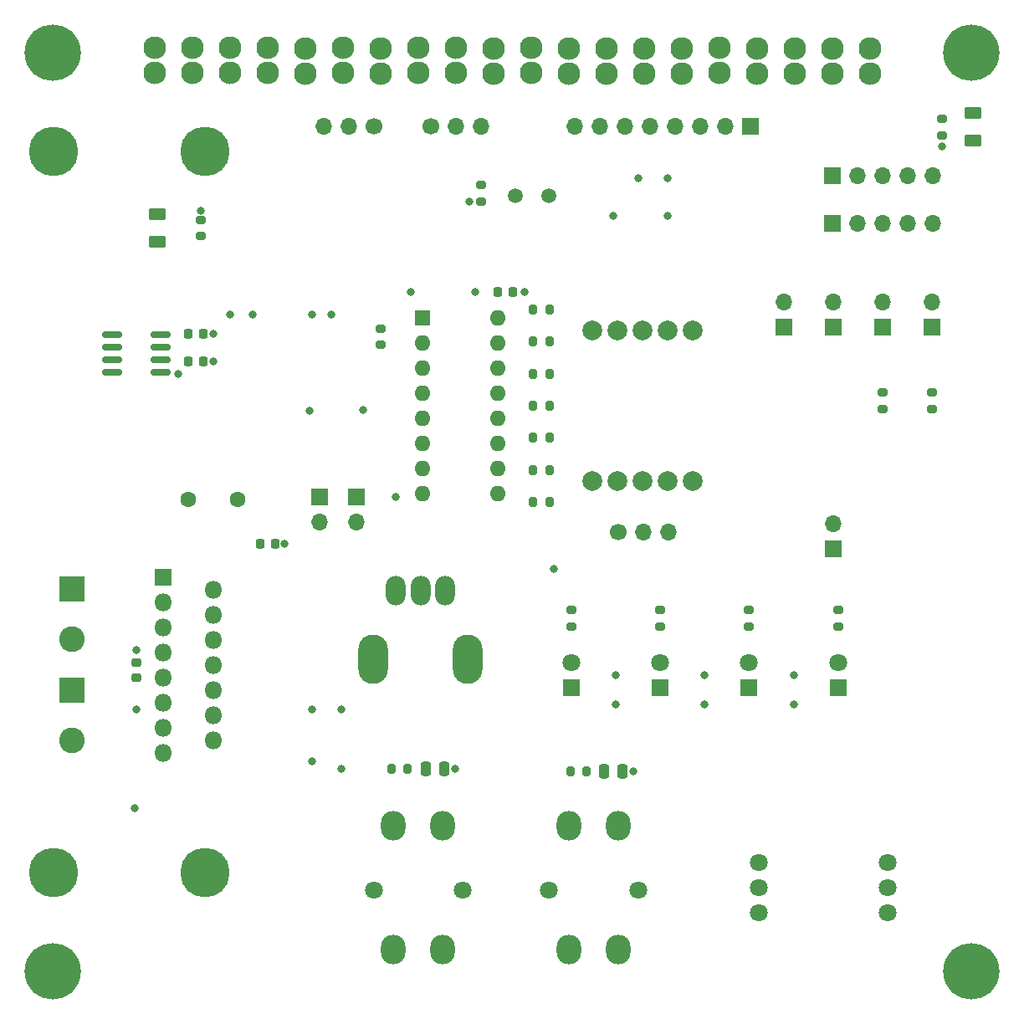
<source format=gbr>
%TF.GenerationSoftware,KiCad,Pcbnew,(6.0.7)*%
%TF.CreationDate,2022-09-13T16:55:12+02:00*%
%TF.ProjectId,myDAQExpansionBoard,6d794441-5145-4787-9061-6e73696f6e42,rev?*%
%TF.SameCoordinates,Original*%
%TF.FileFunction,Soldermask,Top*%
%TF.FilePolarity,Negative*%
%FSLAX46Y46*%
G04 Gerber Fmt 4.6, Leading zero omitted, Abs format (unit mm)*
G04 Created by KiCad (PCBNEW (6.0.7)) date 2022-09-13 16:55:12*
%MOMM*%
%LPD*%
G01*
G04 APERTURE LIST*
G04 Aperture macros list*
%AMRoundRect*
0 Rectangle with rounded corners*
0 $1 Rounding radius*
0 $2 $3 $4 $5 $6 $7 $8 $9 X,Y pos of 4 corners*
0 Add a 4 corners polygon primitive as box body*
4,1,4,$2,$3,$4,$5,$6,$7,$8,$9,$2,$3,0*
0 Add four circle primitives for the rounded corners*
1,1,$1+$1,$2,$3*
1,1,$1+$1,$4,$5*
1,1,$1+$1,$6,$7*
1,1,$1+$1,$8,$9*
0 Add four rect primitives between the rounded corners*
20,1,$1+$1,$2,$3,$4,$5,0*
20,1,$1+$1,$4,$5,$6,$7,0*
20,1,$1+$1,$6,$7,$8,$9,0*
20,1,$1+$1,$8,$9,$2,$3,0*%
G04 Aperture macros list end*
%ADD10C,2.300000*%
%ADD11R,1.800000X1.800000*%
%ADD12C,1.800000*%
%ADD13RoundRect,0.200000X-0.275000X0.200000X-0.275000X-0.200000X0.275000X-0.200000X0.275000X0.200000X0*%
%ADD14RoundRect,0.200000X-0.200000X-0.275000X0.200000X-0.275000X0.200000X0.275000X-0.200000X0.275000X0*%
%ADD15C,1.600000*%
%ADD16C,5.700000*%
%ADD17R,1.700000X1.700000*%
%ADD18O,1.700000X1.700000*%
%ADD19RoundRect,0.250000X-0.250000X-0.475000X0.250000X-0.475000X0.250000X0.475000X-0.250000X0.475000X0*%
%ADD20RoundRect,0.225000X-0.225000X-0.250000X0.225000X-0.250000X0.225000X0.250000X-0.225000X0.250000X0*%
%ADD21RoundRect,0.200000X0.275000X-0.200000X0.275000X0.200000X-0.275000X0.200000X-0.275000X-0.200000X0*%
%ADD22RoundRect,0.225000X0.250000X-0.225000X0.250000X0.225000X-0.250000X0.225000X-0.250000X-0.225000X0*%
%ADD23C,2.000000*%
%ADD24C,1.700000*%
%ADD25O,3.000000X5.000000*%
%ADD26O,2.000000X3.000000*%
%ADD27RoundRect,0.250000X0.625000X-0.375000X0.625000X0.375000X-0.625000X0.375000X-0.625000X-0.375000X0*%
%ADD28O,1.800000X1.800000*%
%ADD29R,1.600000X1.600000*%
%ADD30O,1.600000X1.600000*%
%ADD31R,2.600000X2.600000*%
%ADD32C,2.600000*%
%ADD33C,5.000000*%
%ADD34C,1.500000*%
%ADD35O,2.500000X3.000000*%
%ADD36RoundRect,0.250000X-0.625000X0.375000X-0.625000X-0.375000X0.625000X-0.375000X0.625000X0.375000X0*%
%ADD37RoundRect,0.150000X-0.825000X-0.150000X0.825000X-0.150000X0.825000X0.150000X-0.825000X0.150000X0*%
%ADD38C,0.800000*%
G04 APERTURE END LIST*
D10*
%TO.C,J4*%
X83055000Y-36800000D03*
X83055000Y-39340000D03*
X86865000Y-36760000D03*
X86865000Y-39300000D03*
X90675000Y-36800000D03*
X90675000Y-39340000D03*
X94485000Y-36760000D03*
X94485000Y-39300000D03*
X98295000Y-39380000D03*
X98295000Y-36840000D03*
X102105000Y-36800000D03*
X102105000Y-39340000D03*
X105915000Y-36840000D03*
X105915000Y-39380000D03*
X109725000Y-39340000D03*
X109725000Y-36800000D03*
X113535000Y-36800000D03*
X113535000Y-39340000D03*
X117345000Y-36840000D03*
X117345000Y-39380000D03*
X121155000Y-36800000D03*
X121155000Y-39340000D03*
X124965000Y-39420000D03*
X124965000Y-36880000D03*
X128775000Y-39380000D03*
X128775000Y-36840000D03*
X132585000Y-36880000D03*
X132585000Y-39420000D03*
X136395000Y-36840000D03*
X136395000Y-39380000D03*
X140205000Y-36800000D03*
X140205000Y-39340000D03*
X144015000Y-36880000D03*
X144015000Y-39420000D03*
X147825000Y-36840000D03*
X147825000Y-39380000D03*
X151635000Y-39420000D03*
X151635000Y-36880000D03*
X155445000Y-39380000D03*
X155445000Y-36840000D03*
%TD*%
D11*
%TO.C,D2*%
X134237500Y-101512500D03*
D12*
X134237500Y-98972500D03*
%TD*%
D13*
%TO.C,R20*%
X162750000Y-43975000D03*
X162750000Y-45625000D03*
%TD*%
D14*
%TO.C,R3*%
X107025000Y-109750000D03*
X108675000Y-109750000D03*
%TD*%
D15*
%TO.C,C5*%
X91500000Y-82500000D03*
X86500000Y-82500000D03*
%TD*%
D13*
%TO.C,R18*%
X116080000Y-50675000D03*
X116080000Y-52325000D03*
%TD*%
D14*
%TO.C,R8*%
X121385000Y-69750000D03*
X123035000Y-69750000D03*
%TD*%
%TO.C,R11*%
X121385000Y-76250000D03*
X123035000Y-76250000D03*
%TD*%
D16*
%TO.C,H1*%
X72750000Y-37250000D03*
%TD*%
D17*
%TO.C,JP10*%
X103500000Y-82225000D03*
D18*
X103500000Y-84765000D03*
%TD*%
D14*
%TO.C,R10*%
X121385000Y-73000000D03*
X123035000Y-73000000D03*
%TD*%
D19*
%TO.C,CD1*%
X110500000Y-109750000D03*
X112400000Y-109750000D03*
%TD*%
D20*
%TO.C,C3*%
X86475000Y-65750000D03*
X88025000Y-65750000D03*
%TD*%
D21*
%TO.C,R2*%
X156750000Y-73325000D03*
X156750000Y-71675000D03*
%TD*%
D13*
%TO.C,R6*%
X161750000Y-71675000D03*
X161750000Y-73325000D03*
%TD*%
D22*
%TO.C,C2*%
X81250000Y-100525000D03*
X81250000Y-98975000D03*
%TD*%
D23*
%TO.C,U2*%
X127380000Y-80620000D03*
X129920000Y-80620000D03*
X132460000Y-80620000D03*
X135000000Y-80620000D03*
X137540000Y-80620000D03*
X137540000Y-65380000D03*
X135000000Y-65380000D03*
X132460000Y-65380000D03*
X129920000Y-65380000D03*
X127380000Y-65380000D03*
%TD*%
D16*
%TO.C,H4*%
X72750000Y-130250000D03*
%TD*%
D13*
%TO.C,R12*%
X105960000Y-65175000D03*
X105960000Y-66825000D03*
%TD*%
D24*
%TO.C,JP8*%
X111000000Y-44750000D03*
D18*
X113540000Y-44750000D03*
X116080000Y-44750000D03*
%TD*%
D25*
%TO.C,RV1*%
X105200000Y-98689500D03*
X114800000Y-98689500D03*
D26*
X112500000Y-91689500D03*
X110000000Y-91689500D03*
X107500000Y-91689500D03*
%TD*%
D17*
%TO.C,JP5*%
X151750000Y-87512500D03*
D18*
X151750000Y-84972500D03*
%TD*%
D17*
%TO.C,JP4*%
X161750000Y-65000000D03*
D18*
X161750000Y-62460000D03*
%TD*%
D17*
%TO.C,JP9*%
X99750000Y-82225000D03*
D18*
X99750000Y-84765000D03*
%TD*%
D17*
%TO.C,J3*%
X143375000Y-44750000D03*
D18*
X140835000Y-44750000D03*
X138295000Y-44750000D03*
X135755000Y-44750000D03*
X133215000Y-44750000D03*
X130675000Y-44750000D03*
X128135000Y-44750000D03*
X125595000Y-44750000D03*
%TD*%
D17*
%TO.C,J2*%
X151675000Y-54500000D03*
D18*
X154215000Y-54500000D03*
X156755000Y-54500000D03*
X159295000Y-54500000D03*
X161835000Y-54500000D03*
%TD*%
D20*
%TO.C,C4*%
X93725000Y-87000000D03*
X95275000Y-87000000D03*
%TD*%
D27*
%TO.C,D13*%
X83375000Y-56400000D03*
X83375000Y-53600000D03*
%TD*%
D13*
%TO.C,R7*%
X143237500Y-93662500D03*
X143237500Y-95312500D03*
%TD*%
D11*
%TO.C,U4*%
X83940000Y-90355000D03*
D28*
X89020000Y-91625000D03*
X83940000Y-92895000D03*
X89020000Y-94165000D03*
X83940000Y-95435000D03*
X89020000Y-96705000D03*
X83940000Y-97975000D03*
X89020000Y-99245000D03*
X83940000Y-100515000D03*
X89020000Y-101785000D03*
X83940000Y-103055000D03*
X89020000Y-104325000D03*
X83940000Y-105595000D03*
X89020000Y-106865000D03*
X83940000Y-108135000D03*
%TD*%
D24*
%TO.C,JP7*%
X105275000Y-44750000D03*
D18*
X102735000Y-44750000D03*
X100195000Y-44750000D03*
%TD*%
D21*
%TO.C,R19*%
X87750000Y-55825000D03*
X87750000Y-54175000D03*
%TD*%
D13*
%TO.C,R5*%
X134237500Y-93662500D03*
X134237500Y-95312500D03*
%TD*%
D11*
%TO.C,D3*%
X143237500Y-101512500D03*
D12*
X143237500Y-98972500D03*
%TD*%
D29*
%TO.C,U1*%
X110160000Y-64125000D03*
D30*
X110160000Y-66665000D03*
X110160000Y-69205000D03*
X110160000Y-71745000D03*
X110160000Y-74285000D03*
X110160000Y-76825000D03*
X110160000Y-79365000D03*
X110160000Y-81905000D03*
X117780000Y-81905000D03*
X117780000Y-79365000D03*
X117780000Y-76825000D03*
X117780000Y-74285000D03*
X117780000Y-71745000D03*
X117780000Y-69205000D03*
X117780000Y-66665000D03*
X117780000Y-64125000D03*
%TD*%
D31*
%TO.C,J6*%
X74700000Y-101800000D03*
D32*
X74700000Y-106880000D03*
%TD*%
D20*
%TO.C,C6*%
X86475000Y-68500000D03*
X88025000Y-68500000D03*
%TD*%
D13*
%TO.C,R9*%
X152237500Y-93662500D03*
X152237500Y-95312500D03*
%TD*%
D19*
%TO.C,CD2*%
X128550000Y-110000000D03*
X130450000Y-110000000D03*
%TD*%
D13*
%TO.C,R1*%
X125237500Y-93662500D03*
X125237500Y-95312500D03*
%TD*%
D17*
%TO.C,JP1*%
X156750000Y-65025000D03*
D18*
X156750000Y-62485000D03*
%TD*%
D33*
%TO.C,J8*%
X72850000Y-120250000D03*
X88150000Y-120250000D03*
%TD*%
D34*
%TO.C,R17*%
X119550000Y-51750000D03*
X122950000Y-51750000D03*
%TD*%
D12*
%TO.C,SW4*%
X123000000Y-122000000D03*
X132000000Y-122000000D03*
D35*
X130000000Y-115500000D03*
X130000000Y-128000000D03*
X125000000Y-128000000D03*
X125000000Y-115500000D03*
%TD*%
D11*
%TO.C,D1*%
X125237500Y-101512500D03*
D12*
X125237500Y-98972500D03*
%TD*%
D14*
%TO.C,R15*%
X121385000Y-63250000D03*
X123035000Y-63250000D03*
%TD*%
D24*
%TO.C,JP6*%
X129960000Y-85750000D03*
D18*
X132500000Y-85750000D03*
X135040000Y-85750000D03*
%TD*%
D14*
%TO.C,R13*%
X121385000Y-79500000D03*
X123035000Y-79500000D03*
%TD*%
D16*
%TO.C,H3*%
X165750000Y-130250000D03*
%TD*%
D12*
%TO.C,SW1*%
X144250000Y-124290000D03*
X144250000Y-121750000D03*
X144250000Y-119210000D03*
%TD*%
D33*
%TO.C,J7*%
X88150000Y-47250000D03*
X72850000Y-47250000D03*
%TD*%
D12*
%TO.C,SW2*%
X157250000Y-124290000D03*
X157250000Y-121750000D03*
X157250000Y-119210000D03*
%TD*%
D17*
%TO.C,JP2*%
X146750000Y-65025000D03*
D18*
X146750000Y-62485000D03*
%TD*%
D36*
%TO.C,D14*%
X165900000Y-43350000D03*
X165900000Y-46150000D03*
%TD*%
D17*
%TO.C,JP3*%
X151750000Y-65025000D03*
D18*
X151750000Y-62485000D03*
%TD*%
D12*
%TO.C,SW3*%
X105250000Y-122000000D03*
X114250000Y-122000000D03*
D35*
X112250000Y-128000000D03*
X112250000Y-115500000D03*
X107250000Y-128000000D03*
X107250000Y-115500000D03*
%TD*%
D14*
%TO.C,R4*%
X125175000Y-110000000D03*
X126825000Y-110000000D03*
%TD*%
D11*
%TO.C,D4*%
X152237500Y-101512500D03*
D12*
X152237500Y-98972500D03*
%TD*%
D31*
%TO.C,J5*%
X74695000Y-91555000D03*
D32*
X74695000Y-96635000D03*
%TD*%
D20*
%TO.C,C1*%
X117780000Y-61500000D03*
X119330000Y-61500000D03*
%TD*%
D17*
%TO.C,J1*%
X151675000Y-49750000D03*
D18*
X154215000Y-49750000D03*
X156755000Y-49750000D03*
X159295000Y-49750000D03*
X161835000Y-49750000D03*
%TD*%
D16*
%TO.C,H2*%
X165750000Y-37250000D03*
%TD*%
D37*
%TO.C,U3*%
X78775000Y-65845000D03*
X78775000Y-67115000D03*
X78775000Y-68385000D03*
X78775000Y-69655000D03*
X83725000Y-69655000D03*
X83725000Y-68385000D03*
X83725000Y-67115000D03*
X83725000Y-65845000D03*
%TD*%
D14*
%TO.C,R16*%
X121385000Y-66500000D03*
X123035000Y-66500000D03*
%TD*%
%TO.C,R14*%
X121385000Y-82750000D03*
X123035000Y-82750000D03*
%TD*%
D38*
X90750000Y-63750000D03*
X81100000Y-113700000D03*
X102000000Y-109750000D03*
X115500000Y-61500000D03*
X102000000Y-103750000D03*
X93000000Y-63750000D03*
X101000000Y-63750000D03*
X123500000Y-89500000D03*
X109000000Y-61500000D03*
X99000000Y-63750000D03*
X81250000Y-103750000D03*
X107500000Y-82250000D03*
X87750000Y-53250000D03*
X113500000Y-109750000D03*
X131500000Y-110000000D03*
X85500000Y-69750000D03*
X89000000Y-68500000D03*
X89000000Y-65750000D03*
X96250000Y-87000000D03*
X114900000Y-52300000D03*
X162750000Y-46750000D03*
X120500000Y-61500000D03*
X81250000Y-97750000D03*
X104210000Y-73415000D03*
X98750000Y-73500000D03*
X135000000Y-53750000D03*
X129500000Y-53750000D03*
X129750000Y-103250000D03*
X129750000Y-100237500D03*
X138750000Y-100250000D03*
X135000000Y-50000000D03*
X132000000Y-50000000D03*
X138750000Y-103250000D03*
X147750000Y-100250000D03*
X147750000Y-103250000D03*
X99000000Y-109000000D03*
X99000000Y-103750000D03*
M02*

</source>
